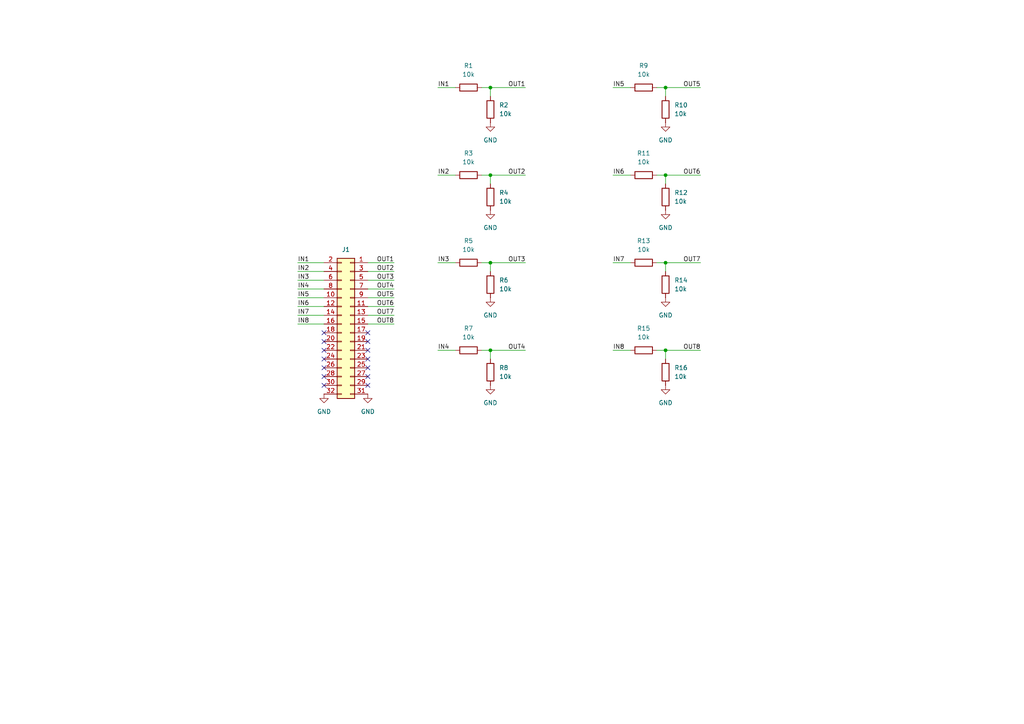
<source format=kicad_sch>
(kicad_sch (version 20231120) (generator "eeschema") (generator_version "8.0")
  (paper "A4")
  (lib_symbols
    (symbol "kicad_inventree_lib:PinHeader P2.54 02x16 SMD Straight" (pin_names (offset 1.016) hide)
      (property "Reference" "J" (at 1.27 20.32 0))
      (property "Value" "PinHeader P2.54 02x16 SMD Straight" (at 1.27 -22.86 0))
      (symbol "PinHeader P2.54 02x16 SMD Straight_1_1"
        (rectangle (start -1.27 -20.193) (end 0 -20.447) (stroke (width 0.1524)))
        (rectangle (start -1.27 -17.653) (end 0 -17.907) (stroke (width 0.1524)))
        (rectangle (start -1.27 -15.113) (end 0 -15.367) (stroke (width 0.1524)))
        (rectangle (start -1.27 -12.573) (end 0 -12.827) (stroke (width 0.1524)))
        (rectangle (start -1.27 -10.033) (end 0 -10.287) (stroke (width 0.1524)))
        (rectangle (start -1.27 -7.493) (end 0 -7.747) (stroke (width 0.1524)))
        (rectangle (start -1.27 -4.953) (end 0 -5.207) (stroke (width 0.1524)))
        (rectangle (start -1.27 -2.413) (end 0 -2.667) (stroke (width 0.1524)))
        (rectangle (start -1.27 0.127) (end 0 -0.127) (stroke (width 0.1524)))
        (rectangle (start -1.27 2.667) (end 0 2.413) (stroke (width 0.1524)))
        (rectangle (start -1.27 5.207) (end 0 4.953) (stroke (width 0.1524)))
        (rectangle (start -1.27 7.747) (end 0 7.493) (stroke (width 0.1524)))
        (rectangle (start -1.27 10.287) (end 0 10.033) (stroke (width 0.1524)))
        (rectangle (start -1.27 12.827) (end 0 12.573) (stroke (width 0.1524)))
        (rectangle (start -1.27 15.367) (end 0 15.113) (stroke (width 0.1524)))
        (rectangle (start -1.27 17.907) (end 0 17.653) (stroke (width 0.1524)))
        (rectangle (start -1.27 19.05) (end 3.81 -21.59) (stroke (width 0.254)) (fill (type background)))
        (rectangle (start 3.81 -20.193) (end 2.54 -20.447) (stroke (width 0.1524)))
        (rectangle (start 3.81 -17.653) (end 2.54 -17.907) (stroke (width 0.1524)))
        (rectangle (start 3.81 -15.113) (end 2.54 -15.367) (stroke (width 0.1524)))
        (rectangle (start 3.81 -12.573) (end 2.54 -12.827) (stroke (width 0.1524)))
        (rectangle (start 3.81 -10.033) (end 2.54 -10.287) (stroke (width 0.1524)))
        (rectangle (start 3.81 -7.493) (end 2.54 -7.747) (stroke (width 0.1524)))
        (rectangle (start 3.81 -4.953) (end 2.54 -5.207) (stroke (width 0.1524)))
        (rectangle (start 3.81 -2.413) (end 2.54 -2.667) (stroke (width 0.1524)))
        (rectangle (start 3.81 0.127) (end 2.54 -0.127) (stroke (width 0.1524)))
        (rectangle (start 3.81 2.667) (end 2.54 2.413) (stroke (width 0.1524)))
        (rectangle (start 3.81 5.207) (end 2.54 4.953) (stroke (width 0.1524)))
        (rectangle (start 3.81 7.747) (end 2.54 7.493) (stroke (width 0.1524)))
        (rectangle (start 3.81 10.287) (end 2.54 10.033) (stroke (width 0.1524)))
        (rectangle (start 3.81 12.827) (end 2.54 12.573) (stroke (width 0.1524)))
        (rectangle (start 3.81 15.367) (end 2.54 15.113) (stroke (width 0.1524)))
        (rectangle (start 3.81 17.907) (end 2.54 17.653) (stroke (width 0.1524)))
        (pin passive line (at -5.08 17.78 0) (length 3.81) (name "Pin_1") (number "1"))
        (pin passive line (at 7.62 7.62 180) (length 3.81) (name "Pin_10") (number "10"))
        (pin passive line (at -5.08 5.08 0) (length 3.81) (name "Pin_11") (number "11"))
        (pin passive line (at 7.62 5.08 180) (length 3.81) (name "Pin_12") (number "12"))
        (pin passive line (at -5.08 2.54 0) (length 3.81) (name "Pin_13") (number "13"))
        (pin passive line (at 7.62 2.54 180) (length 3.81) (name "Pin_14") (number "14"))
        (pin passive line (at -5.08 0 0) (length 3.81) (name "Pin_15") (number "15"))
        (pin passive line (at 7.62 0 180) (length 3.81) (name "Pin_16") (number "16"))
        (pin passive line (at -5.08 -2.54 0) (length 3.81) (name "Pin_17") (number "17"))
        (pin passive line (at 7.62 -2.54 180) (length 3.81) (name "Pin_18") (number "18"))
        (pin passive line (at -5.08 -5.08 0) (length 3.81) (name "Pin_19") (number "19"))
        (pin passive line (at 7.62 17.78 180) (length 3.81) (name "Pin_2") (number "2"))
        (pin passive line (at 7.62 -5.08 180) (length 3.81) (name "Pin_20") (number "20"))
        (pin passive line (at -5.08 -7.62 0) (length 3.81) (name "Pin_21") (number "21"))
        (pin passive line (at 7.62 -7.62 180) (length 3.81) (name "Pin_22") (number "22"))
        (pin passive line (at -5.08 -10.16 0) (length 3.81) (name "Pin_23") (number "23"))
        (pin passive line (at 7.62 -10.16 180) (length 3.81) (name "Pin_24") (number "24"))
        (pin passive line (at -5.08 -12.7 0) (length 3.81) (name "Pin_25") (number "25"))
        (pin passive line (at 7.62 -12.7 180) (length 3.81) (name "Pin_26") (number "26"))
        (pin passive line (at -5.08 -15.24 0) (length 3.81) (name "Pin_27") (number "27"))
        (pin passive line (at 7.62 -15.24 180) (length 3.81) (name "Pin_28") (number "28"))
        (pin passive line (at -5.08 -17.78 0) (length 3.81) (name "Pin_29") (number "29"))
        (pin passive line (at -5.08 15.24 0) (length 3.81) (name "Pin_3") (number "3"))
        (pin passive line (at 7.62 -17.78 180) (length 3.81) (name "Pin_30") (number "30"))
        (pin passive line (at -5.08 -20.32 0) (length 3.81) (name "Pin_31") (number "31"))
        (pin passive line (at 7.62 -20.32 180) (length 3.81) (name "Pin_32") (number "32"))
        (pin passive line (at 7.62 15.24 180) (length 3.81) (name "Pin_4") (number "4"))
        (pin passive line (at -5.08 12.7 0) (length 3.81) (name "Pin_5") (number "5"))
        (pin passive line (at 7.62 12.7 180) (length 3.81) (name "Pin_6") (number "6"))
        (pin passive line (at -5.08 10.16 0) (length 3.81) (name "Pin_7") (number "7"))
        (pin passive line (at 7.62 10.16 180) (length 3.81) (name "Pin_8") (number "8"))
        (pin passive line (at -5.08 7.62 0) (length 3.81) (name "Pin_9") (number "9"))
      )
    )
    (symbol "kicad_inventree_lib:R_10k_1206_1%" (pin_numbers hide) (pin_names (offset 0))
      (property "Reference" "R" (at 2.032 0 90))
      (property "Value" "10k" (at 0 0 90))
      (symbol "R_10k_1206_1%_0_1"
        (rectangle (start -1.016 -2.54) (end 1.016 2.54) (stroke (width 0.254)))
      )
      (symbol "R_10k_1206_1%_1_1"
        (pin passive line (at 0 3.81 270) (length 1.27) (name "~") (number "1"))
        (pin passive line (at 0 -3.81 90) (length 1.27) (name "~") (number "2"))
      )
    )
    (symbol "power:GND" (power) (pin_numbers hide) (pin_names (offset 0) hide)
      (property "Value" "GND" (at 0 -3.81 0))
      (symbol "GND_0_1"
        (polyline (pts (xy 0 0) (xy 0 -1.27) (xy 1.27 -1.27) (xy 0 -2.54) (xy -1.27 -1.27) (xy 0 -1.27)))
      )
      (symbol "GND_1_1"
        (pin power_in line (at 0 0 270) (length 0) (name "~") (number "1"))
      )
    )
  )
  (junction (at 193.04 50.8))
  (junction (at 142.24 101.6))
  (junction (at 193.04 101.6))
  (junction (at 142.24 25.4))
  (junction (at 193.04 25.4))
  (junction (at 142.24 76.2))
  (junction (at 193.04 76.2))
  (junction (at 142.24 50.8))
  (no_connect (at 106.68 104.14))
  (no_connect (at 106.68 101.6))
  (no_connect (at 106.68 99.06))
  (no_connect (at 93.98 111.76))
  (no_connect (at 93.98 109.22))
  (no_connect (at 93.98 106.68))
  (no_connect (at 106.68 96.52))
  (no_connect (at 106.68 111.76))
  (no_connect (at 93.98 99.06))
  (no_connect (at 93.98 104.14))
  (no_connect (at 106.68 106.68))
  (no_connect (at 93.98 96.52))
  (no_connect (at 106.68 109.22))
  (no_connect (at 93.98 101.6))
  (wire (pts (xy 106.68 86.36) (xy 114.3 86.36)))
  (wire (pts (xy 86.36 78.74) (xy 93.98 78.74)))
  (wire (pts (xy 177.8 50.8) (xy 182.88 50.8)))
  (wire (pts (xy 127 50.8) (xy 132.08 50.8)))
  (wire (pts (xy 127 76.2) (xy 132.08 76.2)))
  (wire (pts (xy 177.8 25.4) (xy 182.88 25.4)))
  (wire (pts (xy 106.68 93.98) (xy 114.3 93.98)))
  (wire (pts (xy 193.04 76.2) (xy 193.04 78.74)))
  (wire (pts (xy 139.7 50.8) (xy 142.24 50.8)))
  (wire (pts (xy 177.8 76.2) (xy 182.88 76.2)))
  (wire (pts (xy 139.7 76.2) (xy 142.24 76.2)))
  (wire (pts (xy 193.04 76.2) (xy 203.2 76.2)))
  (wire (pts (xy 86.36 91.44) (xy 93.98 91.44)))
  (wire (pts (xy 86.36 81.28) (xy 93.98 81.28)))
  (wire (pts (xy 106.68 88.9) (xy 114.3 88.9)))
  (wire (pts (xy 193.04 101.6) (xy 193.04 104.14)))
  (wire (pts (xy 127 101.6) (xy 132.08 101.6)))
  (wire (pts (xy 106.68 91.44) (xy 114.3 91.44)))
  (wire (pts (xy 177.8 101.6) (xy 182.88 101.6)))
  (wire (pts (xy 142.24 76.2) (xy 142.24 78.74)))
  (wire (pts (xy 190.5 25.4) (xy 193.04 25.4)))
  (wire (pts (xy 142.24 25.4) (xy 152.4 25.4)))
  (wire (pts (xy 142.24 101.6) (xy 152.4 101.6)))
  (wire (pts (xy 193.04 25.4) (xy 203.2 25.4)))
  (wire (pts (xy 193.04 25.4) (xy 193.04 27.94)))
  (wire (pts (xy 190.5 101.6) (xy 193.04 101.6)))
  (wire (pts (xy 86.36 93.98) (xy 93.98 93.98)))
  (wire (pts (xy 142.24 50.8) (xy 142.24 53.34)))
  (wire (pts (xy 86.36 86.36) (xy 93.98 86.36)))
  (wire (pts (xy 106.68 78.74) (xy 114.3 78.74)))
  (wire (pts (xy 86.36 83.82) (xy 93.98 83.82)))
  (wire (pts (xy 142.24 50.8) (xy 152.4 50.8)))
  (wire (pts (xy 193.04 50.8) (xy 193.04 53.34)))
  (wire (pts (xy 193.04 50.8) (xy 203.2 50.8)))
  (wire (pts (xy 106.68 76.2) (xy 114.3 76.2)))
  (wire (pts (xy 142.24 76.2) (xy 152.4 76.2)))
  (wire (pts (xy 190.5 50.8) (xy 193.04 50.8)))
  (wire (pts (xy 106.68 83.82) (xy 114.3 83.82)))
  (wire (pts (xy 142.24 25.4) (xy 142.24 27.94)))
  (wire (pts (xy 127 25.4) (xy 132.08 25.4)))
  (wire (pts (xy 139.7 101.6) (xy 142.24 101.6)))
  (wire (pts (xy 190.5 76.2) (xy 193.04 76.2)))
  (wire (pts (xy 86.36 88.9) (xy 93.98 88.9)))
  (wire (pts (xy 106.68 81.28) (xy 114.3 81.28)))
  (wire (pts (xy 142.24 101.6) (xy 142.24 104.14)))
  (wire (pts (xy 193.04 101.6) (xy 203.2 101.6)))
  (wire (pts (xy 86.36 76.2) (xy 93.98 76.2)))
  (wire (pts (xy 139.7 25.4) (xy 142.24 25.4)))
  (label "IN6" (at 86.36 88.9 0))
  (label "OUT5" (at 114.3 86.36 180))
  (label "IN7" (at 177.8 76.2 0))
  (label "IN3" (at 127 76.2 0))
  (label "OUT8" (at 203.2 101.6 180))
  (label "IN4" (at 86.36 83.82 0))
  (label "OUT3" (at 114.3 81.28 180))
  (label "OUT6" (at 203.2 50.8 180))
  (label "OUT1" (at 152.4 25.4 180))
  (label "IN5" (at 86.36 86.36 0))
  (label "IN4" (at 127 101.6 0))
  (label "IN6" (at 177.8 50.8 0))
  (label "IN1" (at 86.36 76.2 0))
  (label "OUT7" (at 114.3 91.44 180))
  (label "IN2" (at 127 50.8 0))
  (label "IN1" (at 127 25.4 0))
  (label "OUT6" (at 114.3 88.9 180))
  (label "OUT1" (at 114.3 76.2 180))
  (label "OUT3" (at 152.4 76.2 180))
  (label "OUT4" (at 152.4 101.6 180))
  (label "IN5" (at 177.8 25.4 0))
  (label "OUT8" (at 114.3 93.98 180))
  (label "IN2" (at 86.36 78.74 0))
  (label "IN3" (at 86.36 81.28 0))
  (label "IN8" (at 177.8 101.6 0))
  (label "OUT4" (at 114.3 83.82 180))
  (label "OUT5" (at 203.2 25.4 180))
  (label "OUT2" (at 114.3 78.74 180))
  (label "OUT7" (at 203.2 76.2 180))
  (label "OUT2" (at 152.4 50.8 180))
  (label "IN7" (at 86.36 91.44 0))
  (label "IN8" (at 86.36 93.98 0))
  (symbol (lib_id "kicad_inventree_lib:R_10k_1206_1%") (at 186.69 101.6 90) (unit 1)
    (property "Reference" "R15" (at 186.69 95.25 90))
    (property "Value" "10k" (at 186.69 97.79 90))
    (property "Footprint" "Resistor_SMD:R_1206_3216Metric_Pad1.30x1.75mm_HandSolder" (effects (hide yes)))
    (property "Datasheet" "http://inventree.network/part/26/" (effects (hide yes)))
    (property "Description" "Resistor" (effects (hide yes)))
    (property "NextPCB_price" "0.00169" (effects (hide yes)))
    (property "NextPCB_url" "https://www.hqonline.com/product-detail/chip-resistors-fojan-frc1206f3301ts-2500354421" (effects (hide yes)))
    (property "part_ipn" "R_10k_1206_1%" (effects (hide yes)))
  )
  (symbol (lib_id "power:GND") (at 193.04 35.56 0) (unit 1)
    (property "Reference" "#PWR07" (effects (hide yes)))
    (property "Value" "GND" (at 193.04 40.64 0))
    (property "Description" "Power symbol creates a global label with name \"GND\" , ground" (effects (hide yes)))
  )
  (symbol (lib_id "kicad_inventree_lib:R_10k_1206_1%") (at 142.24 82.55 0) (unit 1)
    (property "Reference" "R6" (at 144.78 81.2799 0) (effects (justify left)))
    (property "Value" "10k" (at 144.78 83.8199 0) (effects (justify left)))
    (property "Footprint" "Resistor_SMD:R_1206_3216Metric_Pad1.30x1.75mm_HandSolder" (effects (hide yes)))
    (property "Datasheet" "http://inventree.network/part/26/" (effects (hide yes)))
    (property "Description" "Resistor" (effects (hide yes)))
    (property "NextPCB_price" "0.00169" (effects (hide yes)))
    (property "NextPCB_url" "https://www.hqonline.com/product-detail/chip-resistors-fojan-frc1206f3301ts-2500354421" (effects (hide yes)))
    (property "part_ipn" "R_10k_1206_1%" (effects (hide yes)))
  )
  (symbol (lib_id "power:GND") (at 106.68 114.3 0) (unit 1)
    (property "Reference" "#PWR02" (effects (hide yes)))
    (property "Value" "GND" (at 106.68 119.38 0))
    (property "Description" "Power symbol creates a global label with name \"GND\" , ground" (effects (hide yes)))
  )
  (symbol (lib_id "power:GND") (at 93.98 114.3 0) (unit 1)
    (property "Reference" "#PWR03" (effects (hide yes)))
    (property "Value" "GND" (at 93.98 119.38 0))
    (property "Description" "Power symbol creates a global label with name \"GND\" , ground" (effects (hide yes)))
  )
  (symbol (lib_id "power:GND") (at 142.24 60.96 0) (unit 1)
    (property "Reference" "#PWR04" (effects (hide yes)))
    (property "Value" "GND" (at 142.24 66.04 0))
    (property "Description" "Power symbol creates a global label with name \"GND\" , ground" (effects (hide yes)))
  )
  (symbol (lib_id "kicad_inventree_lib:R_10k_1206_1%") (at 135.89 76.2 90) (unit 1)
    (property "Reference" "R5" (at 135.89 69.85 90))
    (property "Value" "10k" (at 135.89 72.39 90))
    (property "Footprint" "Resistor_SMD:R_1206_3216Metric_Pad1.30x1.75mm_HandSolder" (effects (hide yes)))
    (property "Datasheet" "http://inventree.network/part/26/" (effects (hide yes)))
    (property "Description" "Resistor" (effects (hide yes)))
    (property "NextPCB_price" "0.00169" (effects (hide yes)))
    (property "NextPCB_url" "https://www.hqonline.com/product-detail/chip-resistors-fojan-frc1206f3301ts-2500354421" (effects (hide yes)))
    (property "part_ipn" "R_10k_1206_1%" (effects (hide yes)))
  )
  (symbol (lib_id "kicad_inventree_lib:R_10k_1206_1%") (at 135.89 25.4 90) (unit 1)
    (property "Reference" "R1" (at 135.89 19.05 90))
    (property "Value" "10k" (at 135.89 21.59 90))
    (property "Footprint" "Resistor_SMD:R_1206_3216Metric_Pad1.30x1.75mm_HandSolder" (effects (hide yes)))
    (property "Datasheet" "http://inventree.network/part/26/" (effects (hide yes)))
    (property "Description" "Resistor" (effects (hide yes)))
    (property "NextPCB_price" "0.00169" (effects (hide yes)))
    (property "NextPCB_url" "https://www.hqonline.com/product-detail/chip-resistors-fojan-frc1206f3301ts-2500354421" (effects (hide yes)))
    (property "part_ipn" "R_10k_1206_1%" (effects (hide yes)))
  )
  (symbol (lib_id "kicad_inventree_lib:R_10k_1206_1%") (at 186.69 76.2 90) (unit 1)
    (property "Reference" "R13" (at 186.69 69.85 90))
    (property "Value" "10k" (at 186.69 72.39 90))
    (property "Footprint" "Resistor_SMD:R_1206_3216Metric_Pad1.30x1.75mm_HandSolder" (effects (hide yes)))
    (property "Datasheet" "http://inventree.network/part/26/" (effects (hide yes)))
    (property "Description" "Resistor" (effects (hide yes)))
    (property "NextPCB_price" "0.00169" (effects (hide yes)))
    (property "NextPCB_url" "https://www.hqonline.com/product-detail/chip-resistors-fojan-frc1206f3301ts-2500354421" (effects (hide yes)))
    (property "part_ipn" "R_10k_1206_1%" (effects (hide yes)))
  )
  (symbol (lib_id "kicad_inventree_lib:R_10k_1206_1%") (at 135.89 50.8 90) (unit 1)
    (property "Reference" "R3" (at 135.89 44.45 90))
    (property "Value" "10k" (at 135.89 46.99 90))
    (property "Footprint" "Resistor_SMD:R_1206_3216Metric_Pad1.30x1.75mm_HandSolder" (effects (hide yes)))
    (property "Datasheet" "http://inventree.network/part/26/" (effects (hide yes)))
    (property "Description" "Resistor" (effects (hide yes)))
    (property "NextPCB_price" "0.00169" (effects (hide yes)))
    (property "NextPCB_url" "https://www.hqonline.com/product-detail/chip-resistors-fojan-frc1206f3301ts-2500354421" (effects (hide yes)))
    (property "part_ipn" "R_10k_1206_1%" (effects (hide yes)))
  )
  (symbol (lib_id "power:GND") (at 193.04 86.36 0) (unit 1)
    (property "Reference" "#PWR09" (effects (hide yes)))
    (property "Value" "GND" (at 193.04 91.44 0))
    (property "Description" "Power symbol creates a global label with name \"GND\" , ground" (effects (hide yes)))
  )
  (symbol (lib_id "power:GND") (at 142.24 111.76 0) (unit 1)
    (property "Reference" "#PWR06" (effects (hide yes)))
    (property "Value" "GND" (at 142.24 116.84 0))
    (property "Description" "Power symbol creates a global label with name \"GND\" , ground" (effects (hide yes)))
  )
  (symbol (lib_id "power:GND") (at 142.24 35.56 0) (unit 1)
    (property "Reference" "#PWR01" (effects (hide yes)))
    (property "Value" "GND" (at 142.24 40.64 0))
    (property "Description" "Power symbol creates a global label with name \"GND\" , ground" (effects (hide yes)))
  )
  (symbol (lib_id "kicad_inventree_lib:R_10k_1206_1%") (at 193.04 82.55 0) (unit 1)
    (property "Reference" "R14" (at 195.58 81.2799 0) (effects (justify left)))
    (property "Value" "10k" (at 195.58 83.8199 0) (effects (justify left)))
    (property "Footprint" "Resistor_SMD:R_1206_3216Metric_Pad1.30x1.75mm_HandSolder" (effects (hide yes)))
    (property "Datasheet" "http://inventree.network/part/26/" (effects (hide yes)))
    (property "Description" "Resistor" (effects (hide yes)))
    (property "NextPCB_price" "0.00169" (effects (hide yes)))
    (property "NextPCB_url" "https://www.hqonline.com/product-detail/chip-resistors-fojan-frc1206f3301ts-2500354421" (effects (hide yes)))
    (property "part_ipn" "R_10k_1206_1%" (effects (hide yes)))
  )
  (symbol (lib_id "power:GND") (at 193.04 60.96 0) (unit 1)
    (property "Reference" "#PWR08" (effects (hide yes)))
    (property "Value" "GND" (at 193.04 66.04 0))
    (property "Description" "Power symbol creates a global label with name \"GND\" , ground" (effects (hide yes)))
  )
  (symbol (lib_id "kicad_inventree_lib:R_10k_1206_1%") (at 142.24 57.15 0) (unit 1)
    (property "Reference" "R4" (at 144.78 55.8799 0) (effects (justify left)))
    (property "Value" "10k" (at 144.78 58.4199 0) (effects (justify left)))
    (property "Footprint" "Resistor_SMD:R_1206_3216Metric_Pad1.30x1.75mm_HandSolder" (effects (hide yes)))
    (property "Datasheet" "http://inventree.network/part/26/" (effects (hide yes)))
    (property "Description" "Resistor" (effects (hide yes)))
    (property "NextPCB_price" "0.00169" (effects (hide yes)))
    (property "NextPCB_url" "https://www.hqonline.com/product-detail/chip-resistors-fojan-frc1206f3301ts-2500354421" (effects (hide yes)))
    (property "part_ipn" "R_10k_1206_1%" (effects (hide yes)))
  )
  (symbol (lib_id "kicad_inventree_lib:R_10k_1206_1%") (at 193.04 57.15 0) (unit 1)
    (property "Reference" "R12" (at 195.58 55.8799 0) (effects (justify left)))
    (property "Value" "10k" (at 195.58 58.4199 0) (effects (justify left)))
    (property "Footprint" "Resistor_SMD:R_1206_3216Metric_Pad1.30x1.75mm_HandSolder" (effects (hide yes)))
    (property "Datasheet" "http://inventree.network/part/26/" (effects (hide yes)))
    (property "Description" "Resistor" (effects (hide yes)))
    (property "NextPCB_price" "0.00169" (effects (hide yes)))
    (property "NextPCB_url" "https://www.hqonline.com/product-detail/chip-resistors-fojan-frc1206f3301ts-2500354421" (effects (hide yes)))
    (property "part_ipn" "R_10k_1206_1%" (effects (hide yes)))
  )
  (symbol (lib_id "power:GND") (at 142.24 86.36 0) (unit 1)
    (property "Reference" "#PWR05" (effects (hide yes)))
    (property "Value" "GND" (at 142.24 91.44 0))
    (property "Description" "Power symbol creates a global label with name \"GND\" , ground" (effects (hide yes)))
  )
  (symbol (lib_id "kicad_inventree_lib:R_10k_1206_1%") (at 186.69 25.4 90) (unit 1)
    (property "Reference" "R9" (at 186.69 19.05 90))
    (property "Value" "10k" (at 186.69 21.59 90))
    (property "Footprint" "Resistor_SMD:R_1206_3216Metric_Pad1.30x1.75mm_HandSolder" (effects (hide yes)))
    (property "Datasheet" "http://inventree.network/part/26/" (effects (hide yes)))
    (property "Description" "Resistor" (effects (hide yes)))
    (property "NextPCB_price" "0.00169" (effects (hide yes)))
    (property "NextPCB_url" "https://www.hqonline.com/product-detail/chip-resistors-fojan-frc1206f3301ts-2500354421" (effects (hide yes)))
    (property "part_ipn" "R_10k_1206_1%" (effects (hide yes)))
  )
  (symbol (lib_id "kicad_inventree_lib:R_10k_1206_1%") (at 135.89 101.6 90) (unit 1)
    (property "Reference" "R7" (at 135.89 95.25 90))
    (property "Value" "10k" (at 135.89 97.79 90))
    (property "Footprint" "Resistor_SMD:R_1206_3216Metric_Pad1.30x1.75mm_HandSolder" (effects (hide yes)))
    (property "Datasheet" "http://inventree.network/part/26/" (effects (hide yes)))
    (property "Description" "Resistor" (effects (hide yes)))
    (property "NextPCB_price" "0.00169" (effects (hide yes)))
    (property "NextPCB_url" "https://www.hqonline.com/product-detail/chip-resistors-fojan-frc1206f3301ts-2500354421" (effects (hide yes)))
    (property "part_ipn" "R_10k_1206_1%" (effects (hide yes)))
  )
  (symbol (lib_id "kicad_inventree_lib:R_10k_1206_1%") (at 193.04 31.75 0) (unit 1)
    (property "Reference" "R10" (at 195.58 30.4799 0) (effects (justify left)))
    (property "Value" "10k" (at 195.58 33.0199 0) (effects (justify left)))
    (property "Footprint" "Resistor_SMD:R_1206_3216Metric_Pad1.30x1.75mm_HandSolder" (effects (hide yes)))
    (property "Datasheet" "http://inventree.network/part/26/" (effects (hide yes)))
    (property "Description" "Resistor" (effects (hide yes)))
    (property "NextPCB_price" "0.00169" (effects (hide yes)))
    (property "NextPCB_url" "https://www.hqonline.com/product-detail/chip-resistors-fojan-frc1206f3301ts-2500354421" (effects (hide yes)))
    (property "part_ipn" "R_10k_1206_1%" (effects (hide yes)))
  )
  (symbol (lib_id "power:GND") (at 193.04 111.76 0) (unit 1)
    (property "Reference" "#PWR010" (effects (hide yes)))
    (property "Value" "GND" (at 193.04 116.84 0))
    (property "Description" "Power symbol creates a global label with name \"GND\" , ground" (effects (hide yes)))
  )
  (symbol (lib_id "kicad_inventree_lib:R_10k_1206_1%") (at 186.69 50.8 90) (unit 1)
    (property "Reference" "R11" (at 186.69 44.45 90))
    (property "Value" "10k" (at 186.69 46.99 90))
    (property "Footprint" "Resistor_SMD:R_1206_3216Metric_Pad1.30x1.75mm_HandSolder" (effects (hide yes)))
    (property "Datasheet" "http://inventree.network/part/26/" (effects (hide yes)))
    (property "Description" "Resistor" (effects (hide yes)))
    (property "NextPCB_price" "0.00169" (effects (hide yes)))
    (property "NextPCB_url" "https://www.hqonline.com/product-detail/chip-resistors-fojan-frc1206f3301ts-2500354421" (effects (hide yes)))
    (property "part_ipn" "R_10k_1206_1%" (effects (hide yes)))
  )
  (symbol (lib_id "kicad_inventree_lib:PinHeader P2.54 02x16 SMD Straight") (at 101.6 93.98 0) (mirror y) (unit 1)
    (property "Reference" "J1" (at 100.33 72.39 0))
    (property "Value" "PinHeader P2.54 02x16 SMD Straight" (effects (hide yes)))
    (property "Footprint" "Connector_PinHeader_2.54mm:PinHeader_2x16_P2.54mm_Vertical_SMD" (effects (hide yes)))
    (property "Datasheet" "http://inventree.network/part/33/" (effects (hide yes)))
    (property "Description" "Generic connector, double row, 02x16, odd/even pin numbering scheme (row 1 odd numbers, row 2 even numbers), script generated (kicad-library-utils/schlib/autogen/connector/)" (effects (hide yes)))
    (property "NextPCB_url" "https://www.hqonline.com/product-detail/pin-headers-hctl-pz254-2-16-s-1018711843" (effects (hide yes)))
    (property "NextPCB_price" "0.31882" (effects (hide yes)))
    (property "part_ipn" "PinHeader P2.54 02x16 SMD Straight" (effects (hide yes)))
  )
  (symbol (lib_id "kicad_inventree_lib:R_10k_1206_1%") (at 142.24 31.75 0) (unit 1)
    (property "Reference" "R2" (at 144.78 30.4799 0) (effects (justify left)))
    (property "Value" "10k" (at 144.78 33.0199 0) (effects (justify left)))
    (property "Footprint" "Resistor_SMD:R_1206_3216Metric_Pad1.30x1.75mm_HandSolder" (effects (hide yes)))
    (property "Datasheet" "http://inventree.network/part/26/" (effects (hide yes)))
    (property "Description" "Resistor" (effects (hide yes)))
    (property "NextPCB_price" "0.00169" (effects (hide yes)))
    (property "NextPCB_url" "https://www.hqonline.com/product-detail/chip-resistors-fojan-frc1206f3301ts-2500354421" (effects (hide yes)))
    (property "part_ipn" "R_10k_1206_1%" (effects (hide yes)))
  )
  (symbol (lib_id "kicad_inventree_lib:R_10k_1206_1%") (at 193.04 107.95 0) (unit 1)
    (property "Reference" "R16" (at 195.58 106.6799 0) (effects (justify left)))
    (property "Value" "10k" (at 195.58 109.2199 0) (effects (justify left)))
    (property "Footprint" "Resistor_SMD:R_1206_3216Metric_Pad1.30x1.75mm_HandSolder" (effects (hide yes)))
    (property "Datasheet" "http://inventree.network/part/26/" (effects (hide yes)))
    (property "Description" "Resistor" (effects (hide yes)))
    (property "NextPCB_price" "0.00169" (effects (hide yes)))
    (property "NextPCB_url" "https://www.hqonline.com/product-detail/chip-resistors-fojan-frc1206f3301ts-2500354421" (effects (hide yes)))
    (property "part_ipn" "R_10k_1206_1%" (effects (hide yes)))
  )
  (symbol (lib_id "kicad_inventree_lib:R_10k_1206_1%") (at 142.24 107.95 0) (unit 1)
    (property "Reference" "R8" (at 144.78 106.6799 0) (effects (justify left)))
    (property "Value" "10k" (at 144.78 109.2199 0) (effects (justify left)))
    (property "Footprint" "Resistor_SMD:R_1206_3216Metric_Pad1.30x1.75mm_HandSolder" (effects (hide yes)))
    (property "Datasheet" "http://inventree.network/part/26/" (effects (hide yes)))
    (property "Description" "Resistor" (effects (hide yes)))
    (property "NextPCB_price" "0.00169" (effects (hide yes)))
    (property "NextPCB_url" "https://www.hqonline.com/product-detail/chip-resistors-fojan-frc1206f3301ts-2500354421" (effects (hide yes)))
    (property "part_ipn" "R_10k_1206_1%" (effects (hide yes)))
  )
)
</source>
